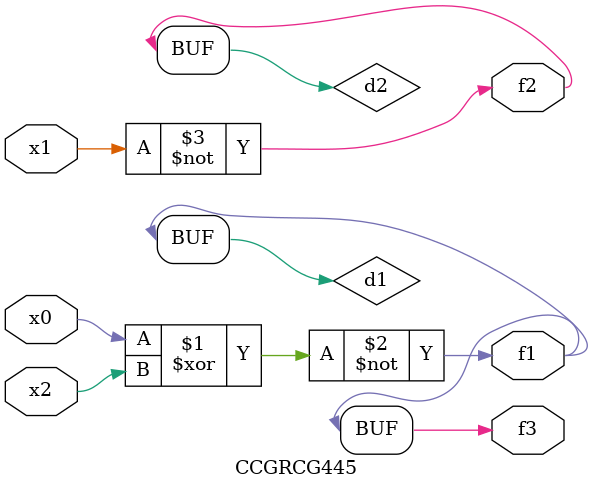
<source format=v>
module CCGRCG445(
	input x0, x1, x2,
	output f1, f2, f3
);

	wire d1, d2, d3;

	xnor (d1, x0, x2);
	nand (d2, x1);
	nor (d3, x1, x2);
	assign f1 = d1;
	assign f2 = d2;
	assign f3 = d1;
endmodule

</source>
